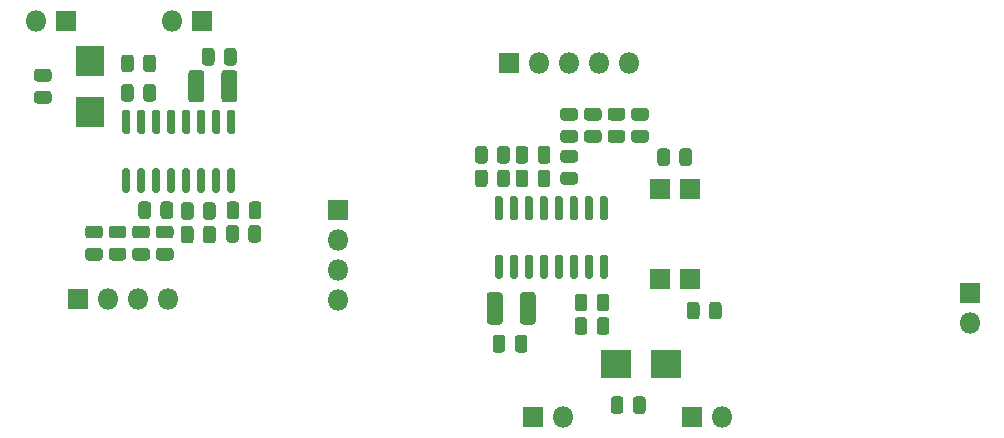
<source format=gts>
%TF.GenerationSoftware,KiCad,Pcbnew,5.1.6-c6e7f7d~86~ubuntu20.04.1*%
%TF.CreationDate,2020-09-07T12:10:57+02:00*%
%TF.ProjectId,Driver,44726976-6572-42e6-9b69-6361645f7063,rev?*%
%TF.SameCoordinates,Original*%
%TF.FileFunction,Soldermask,Top*%
%TF.FilePolarity,Negative*%
%FSLAX46Y46*%
G04 Gerber Fmt 4.6, Leading zero omitted, Abs format (unit mm)*
G04 Created by KiCad (PCBNEW 5.1.6-c6e7f7d~86~ubuntu20.04.1) date 2020-09-07 12:10:57*
%MOMM*%
%LPD*%
G01*
G04 APERTURE LIST*
%ADD10R,2.600000X2.400000*%
%ADD11R,2.400000X2.600000*%
%ADD12O,1.800000X1.800000*%
%ADD13R,1.800000X1.800000*%
%ADD14R,1.700000X1.700000*%
G04 APERTURE END LIST*
D10*
%TO.C,D_boot2*%
X91300000Y-144000000D03*
X87000000Y-144000000D03*
%TD*%
D11*
%TO.C,D_boot1*%
X42500000Y-122650000D03*
X42500000Y-118350000D03*
%TD*%
D12*
%TO.C,J2*%
X49120000Y-138500000D03*
D13*
X41500000Y-138500000D03*
D12*
X44040000Y-138500000D03*
X46580000Y-138500000D03*
X85620000Y-118500000D03*
X83080000Y-118500000D03*
X80540000Y-118500000D03*
D13*
X78000000Y-118500000D03*
D12*
X88160000Y-118500000D03*
X63500000Y-138620000D03*
D13*
X63500000Y-131000000D03*
D12*
X63500000Y-136080000D03*
X63500000Y-133540000D03*
%TD*%
D13*
%TO.C,J1*%
X93500000Y-148500000D03*
D12*
X96040000Y-148500000D03*
D13*
X80000000Y-148500000D03*
D12*
X82540000Y-148500000D03*
D13*
X40500000Y-115000000D03*
D12*
X37960000Y-115000000D03*
D13*
X52000000Y-115000000D03*
D12*
X49460000Y-115000000D03*
D13*
X117000000Y-138000000D03*
D12*
X117000000Y-140540000D03*
%TD*%
D14*
%TO.C,U12*%
X93270000Y-136810000D03*
X90730000Y-129190000D03*
X90730000Y-136810000D03*
X93270000Y-129190000D03*
%TD*%
%TO.C,U4*%
G36*
G01*
X85830000Y-134755000D02*
X86180000Y-134755000D01*
G75*
G02*
X86355000Y-134930000I0J-175000D01*
G01*
X86355000Y-136630000D01*
G75*
G02*
X86180000Y-136805000I-175000J0D01*
G01*
X85830000Y-136805000D01*
G75*
G02*
X85655000Y-136630000I0J175000D01*
G01*
X85655000Y-134930000D01*
G75*
G02*
X85830000Y-134755000I175000J0D01*
G01*
G37*
G36*
G01*
X84560000Y-134755000D02*
X84910000Y-134755000D01*
G75*
G02*
X85085000Y-134930000I0J-175000D01*
G01*
X85085000Y-136630000D01*
G75*
G02*
X84910000Y-136805000I-175000J0D01*
G01*
X84560000Y-136805000D01*
G75*
G02*
X84385000Y-136630000I0J175000D01*
G01*
X84385000Y-134930000D01*
G75*
G02*
X84560000Y-134755000I175000J0D01*
G01*
G37*
G36*
G01*
X83290000Y-134755000D02*
X83640000Y-134755000D01*
G75*
G02*
X83815000Y-134930000I0J-175000D01*
G01*
X83815000Y-136630000D01*
G75*
G02*
X83640000Y-136805000I-175000J0D01*
G01*
X83290000Y-136805000D01*
G75*
G02*
X83115000Y-136630000I0J175000D01*
G01*
X83115000Y-134930000D01*
G75*
G02*
X83290000Y-134755000I175000J0D01*
G01*
G37*
G36*
G01*
X82020000Y-134755000D02*
X82370000Y-134755000D01*
G75*
G02*
X82545000Y-134930000I0J-175000D01*
G01*
X82545000Y-136630000D01*
G75*
G02*
X82370000Y-136805000I-175000J0D01*
G01*
X82020000Y-136805000D01*
G75*
G02*
X81845000Y-136630000I0J175000D01*
G01*
X81845000Y-134930000D01*
G75*
G02*
X82020000Y-134755000I175000J0D01*
G01*
G37*
G36*
G01*
X80750000Y-134755000D02*
X81100000Y-134755000D01*
G75*
G02*
X81275000Y-134930000I0J-175000D01*
G01*
X81275000Y-136630000D01*
G75*
G02*
X81100000Y-136805000I-175000J0D01*
G01*
X80750000Y-136805000D01*
G75*
G02*
X80575000Y-136630000I0J175000D01*
G01*
X80575000Y-134930000D01*
G75*
G02*
X80750000Y-134755000I175000J0D01*
G01*
G37*
G36*
G01*
X79480000Y-134755000D02*
X79830000Y-134755000D01*
G75*
G02*
X80005000Y-134930000I0J-175000D01*
G01*
X80005000Y-136630000D01*
G75*
G02*
X79830000Y-136805000I-175000J0D01*
G01*
X79480000Y-136805000D01*
G75*
G02*
X79305000Y-136630000I0J175000D01*
G01*
X79305000Y-134930000D01*
G75*
G02*
X79480000Y-134755000I175000J0D01*
G01*
G37*
G36*
G01*
X78210000Y-134755000D02*
X78560000Y-134755000D01*
G75*
G02*
X78735000Y-134930000I0J-175000D01*
G01*
X78735000Y-136630000D01*
G75*
G02*
X78560000Y-136805000I-175000J0D01*
G01*
X78210000Y-136805000D01*
G75*
G02*
X78035000Y-136630000I0J175000D01*
G01*
X78035000Y-134930000D01*
G75*
G02*
X78210000Y-134755000I175000J0D01*
G01*
G37*
G36*
G01*
X76940000Y-134755000D02*
X77290000Y-134755000D01*
G75*
G02*
X77465000Y-134930000I0J-175000D01*
G01*
X77465000Y-136630000D01*
G75*
G02*
X77290000Y-136805000I-175000J0D01*
G01*
X76940000Y-136805000D01*
G75*
G02*
X76765000Y-136630000I0J175000D01*
G01*
X76765000Y-134930000D01*
G75*
G02*
X76940000Y-134755000I175000J0D01*
G01*
G37*
G36*
G01*
X76940000Y-129805000D02*
X77290000Y-129805000D01*
G75*
G02*
X77465000Y-129980000I0J-175000D01*
G01*
X77465000Y-131680000D01*
G75*
G02*
X77290000Y-131855000I-175000J0D01*
G01*
X76940000Y-131855000D01*
G75*
G02*
X76765000Y-131680000I0J175000D01*
G01*
X76765000Y-129980000D01*
G75*
G02*
X76940000Y-129805000I175000J0D01*
G01*
G37*
G36*
G01*
X78210000Y-129805000D02*
X78560000Y-129805000D01*
G75*
G02*
X78735000Y-129980000I0J-175000D01*
G01*
X78735000Y-131680000D01*
G75*
G02*
X78560000Y-131855000I-175000J0D01*
G01*
X78210000Y-131855000D01*
G75*
G02*
X78035000Y-131680000I0J175000D01*
G01*
X78035000Y-129980000D01*
G75*
G02*
X78210000Y-129805000I175000J0D01*
G01*
G37*
G36*
G01*
X79480000Y-129805000D02*
X79830000Y-129805000D01*
G75*
G02*
X80005000Y-129980000I0J-175000D01*
G01*
X80005000Y-131680000D01*
G75*
G02*
X79830000Y-131855000I-175000J0D01*
G01*
X79480000Y-131855000D01*
G75*
G02*
X79305000Y-131680000I0J175000D01*
G01*
X79305000Y-129980000D01*
G75*
G02*
X79480000Y-129805000I175000J0D01*
G01*
G37*
G36*
G01*
X80750000Y-129805000D02*
X81100000Y-129805000D01*
G75*
G02*
X81275000Y-129980000I0J-175000D01*
G01*
X81275000Y-131680000D01*
G75*
G02*
X81100000Y-131855000I-175000J0D01*
G01*
X80750000Y-131855000D01*
G75*
G02*
X80575000Y-131680000I0J175000D01*
G01*
X80575000Y-129980000D01*
G75*
G02*
X80750000Y-129805000I175000J0D01*
G01*
G37*
G36*
G01*
X82020000Y-129805000D02*
X82370000Y-129805000D01*
G75*
G02*
X82545000Y-129980000I0J-175000D01*
G01*
X82545000Y-131680000D01*
G75*
G02*
X82370000Y-131855000I-175000J0D01*
G01*
X82020000Y-131855000D01*
G75*
G02*
X81845000Y-131680000I0J175000D01*
G01*
X81845000Y-129980000D01*
G75*
G02*
X82020000Y-129805000I175000J0D01*
G01*
G37*
G36*
G01*
X83290000Y-129805000D02*
X83640000Y-129805000D01*
G75*
G02*
X83815000Y-129980000I0J-175000D01*
G01*
X83815000Y-131680000D01*
G75*
G02*
X83640000Y-131855000I-175000J0D01*
G01*
X83290000Y-131855000D01*
G75*
G02*
X83115000Y-131680000I0J175000D01*
G01*
X83115000Y-129980000D01*
G75*
G02*
X83290000Y-129805000I175000J0D01*
G01*
G37*
G36*
G01*
X84560000Y-129805000D02*
X84910000Y-129805000D01*
G75*
G02*
X85085000Y-129980000I0J-175000D01*
G01*
X85085000Y-131680000D01*
G75*
G02*
X84910000Y-131855000I-175000J0D01*
G01*
X84560000Y-131855000D01*
G75*
G02*
X84385000Y-131680000I0J175000D01*
G01*
X84385000Y-129980000D01*
G75*
G02*
X84560000Y-129805000I175000J0D01*
G01*
G37*
G36*
G01*
X85830000Y-129805000D02*
X86180000Y-129805000D01*
G75*
G02*
X86355000Y-129980000I0J-175000D01*
G01*
X86355000Y-131680000D01*
G75*
G02*
X86180000Y-131855000I-175000J0D01*
G01*
X85830000Y-131855000D01*
G75*
G02*
X85655000Y-131680000I0J175000D01*
G01*
X85655000Y-129980000D01*
G75*
G02*
X85830000Y-129805000I175000J0D01*
G01*
G37*
%TD*%
%TO.C,U3*%
G36*
G01*
X45730000Y-124550000D02*
X45380000Y-124550000D01*
G75*
G02*
X45205000Y-124375000I0J175000D01*
G01*
X45205000Y-122675000D01*
G75*
G02*
X45380000Y-122500000I175000J0D01*
G01*
X45730000Y-122500000D01*
G75*
G02*
X45905000Y-122675000I0J-175000D01*
G01*
X45905000Y-124375000D01*
G75*
G02*
X45730000Y-124550000I-175000J0D01*
G01*
G37*
G36*
G01*
X47000000Y-124550000D02*
X46650000Y-124550000D01*
G75*
G02*
X46475000Y-124375000I0J175000D01*
G01*
X46475000Y-122675000D01*
G75*
G02*
X46650000Y-122500000I175000J0D01*
G01*
X47000000Y-122500000D01*
G75*
G02*
X47175000Y-122675000I0J-175000D01*
G01*
X47175000Y-124375000D01*
G75*
G02*
X47000000Y-124550000I-175000J0D01*
G01*
G37*
G36*
G01*
X48270000Y-124550000D02*
X47920000Y-124550000D01*
G75*
G02*
X47745000Y-124375000I0J175000D01*
G01*
X47745000Y-122675000D01*
G75*
G02*
X47920000Y-122500000I175000J0D01*
G01*
X48270000Y-122500000D01*
G75*
G02*
X48445000Y-122675000I0J-175000D01*
G01*
X48445000Y-124375000D01*
G75*
G02*
X48270000Y-124550000I-175000J0D01*
G01*
G37*
G36*
G01*
X49540000Y-124550000D02*
X49190000Y-124550000D01*
G75*
G02*
X49015000Y-124375000I0J175000D01*
G01*
X49015000Y-122675000D01*
G75*
G02*
X49190000Y-122500000I175000J0D01*
G01*
X49540000Y-122500000D01*
G75*
G02*
X49715000Y-122675000I0J-175000D01*
G01*
X49715000Y-124375000D01*
G75*
G02*
X49540000Y-124550000I-175000J0D01*
G01*
G37*
G36*
G01*
X50810000Y-124550000D02*
X50460000Y-124550000D01*
G75*
G02*
X50285000Y-124375000I0J175000D01*
G01*
X50285000Y-122675000D01*
G75*
G02*
X50460000Y-122500000I175000J0D01*
G01*
X50810000Y-122500000D01*
G75*
G02*
X50985000Y-122675000I0J-175000D01*
G01*
X50985000Y-124375000D01*
G75*
G02*
X50810000Y-124550000I-175000J0D01*
G01*
G37*
G36*
G01*
X52080000Y-124550000D02*
X51730000Y-124550000D01*
G75*
G02*
X51555000Y-124375000I0J175000D01*
G01*
X51555000Y-122675000D01*
G75*
G02*
X51730000Y-122500000I175000J0D01*
G01*
X52080000Y-122500000D01*
G75*
G02*
X52255000Y-122675000I0J-175000D01*
G01*
X52255000Y-124375000D01*
G75*
G02*
X52080000Y-124550000I-175000J0D01*
G01*
G37*
G36*
G01*
X53350000Y-124550000D02*
X53000000Y-124550000D01*
G75*
G02*
X52825000Y-124375000I0J175000D01*
G01*
X52825000Y-122675000D01*
G75*
G02*
X53000000Y-122500000I175000J0D01*
G01*
X53350000Y-122500000D01*
G75*
G02*
X53525000Y-122675000I0J-175000D01*
G01*
X53525000Y-124375000D01*
G75*
G02*
X53350000Y-124550000I-175000J0D01*
G01*
G37*
G36*
G01*
X54620000Y-124550000D02*
X54270000Y-124550000D01*
G75*
G02*
X54095000Y-124375000I0J175000D01*
G01*
X54095000Y-122675000D01*
G75*
G02*
X54270000Y-122500000I175000J0D01*
G01*
X54620000Y-122500000D01*
G75*
G02*
X54795000Y-122675000I0J-175000D01*
G01*
X54795000Y-124375000D01*
G75*
G02*
X54620000Y-124550000I-175000J0D01*
G01*
G37*
G36*
G01*
X54620000Y-129500000D02*
X54270000Y-129500000D01*
G75*
G02*
X54095000Y-129325000I0J175000D01*
G01*
X54095000Y-127625000D01*
G75*
G02*
X54270000Y-127450000I175000J0D01*
G01*
X54620000Y-127450000D01*
G75*
G02*
X54795000Y-127625000I0J-175000D01*
G01*
X54795000Y-129325000D01*
G75*
G02*
X54620000Y-129500000I-175000J0D01*
G01*
G37*
G36*
G01*
X53350000Y-129500000D02*
X53000000Y-129500000D01*
G75*
G02*
X52825000Y-129325000I0J175000D01*
G01*
X52825000Y-127625000D01*
G75*
G02*
X53000000Y-127450000I175000J0D01*
G01*
X53350000Y-127450000D01*
G75*
G02*
X53525000Y-127625000I0J-175000D01*
G01*
X53525000Y-129325000D01*
G75*
G02*
X53350000Y-129500000I-175000J0D01*
G01*
G37*
G36*
G01*
X52080000Y-129500000D02*
X51730000Y-129500000D01*
G75*
G02*
X51555000Y-129325000I0J175000D01*
G01*
X51555000Y-127625000D01*
G75*
G02*
X51730000Y-127450000I175000J0D01*
G01*
X52080000Y-127450000D01*
G75*
G02*
X52255000Y-127625000I0J-175000D01*
G01*
X52255000Y-129325000D01*
G75*
G02*
X52080000Y-129500000I-175000J0D01*
G01*
G37*
G36*
G01*
X50810000Y-129500000D02*
X50460000Y-129500000D01*
G75*
G02*
X50285000Y-129325000I0J175000D01*
G01*
X50285000Y-127625000D01*
G75*
G02*
X50460000Y-127450000I175000J0D01*
G01*
X50810000Y-127450000D01*
G75*
G02*
X50985000Y-127625000I0J-175000D01*
G01*
X50985000Y-129325000D01*
G75*
G02*
X50810000Y-129500000I-175000J0D01*
G01*
G37*
G36*
G01*
X49540000Y-129500000D02*
X49190000Y-129500000D01*
G75*
G02*
X49015000Y-129325000I0J175000D01*
G01*
X49015000Y-127625000D01*
G75*
G02*
X49190000Y-127450000I175000J0D01*
G01*
X49540000Y-127450000D01*
G75*
G02*
X49715000Y-127625000I0J-175000D01*
G01*
X49715000Y-129325000D01*
G75*
G02*
X49540000Y-129500000I-175000J0D01*
G01*
G37*
G36*
G01*
X48270000Y-129500000D02*
X47920000Y-129500000D01*
G75*
G02*
X47745000Y-129325000I0J175000D01*
G01*
X47745000Y-127625000D01*
G75*
G02*
X47920000Y-127450000I175000J0D01*
G01*
X48270000Y-127450000D01*
G75*
G02*
X48445000Y-127625000I0J-175000D01*
G01*
X48445000Y-129325000D01*
G75*
G02*
X48270000Y-129500000I-175000J0D01*
G01*
G37*
G36*
G01*
X47000000Y-129500000D02*
X46650000Y-129500000D01*
G75*
G02*
X46475000Y-129325000I0J175000D01*
G01*
X46475000Y-127625000D01*
G75*
G02*
X46650000Y-127450000I175000J0D01*
G01*
X47000000Y-127450000D01*
G75*
G02*
X47175000Y-127625000I0J-175000D01*
G01*
X47175000Y-129325000D01*
G75*
G02*
X47000000Y-129500000I-175000J0D01*
G01*
G37*
G36*
G01*
X45730000Y-129500000D02*
X45380000Y-129500000D01*
G75*
G02*
X45205000Y-129325000I0J175000D01*
G01*
X45205000Y-127625000D01*
G75*
G02*
X45380000Y-127450000I175000J0D01*
G01*
X45730000Y-127450000D01*
G75*
G02*
X45905000Y-127625000I0J-175000D01*
G01*
X45905000Y-129325000D01*
G75*
G02*
X45730000Y-129500000I-175000J0D01*
G01*
G37*
%TD*%
%TO.C,RBoot2*%
G36*
G01*
X87662500Y-147018750D02*
X87662500Y-147981250D01*
G75*
G02*
X87393750Y-148250000I-268750J0D01*
G01*
X86856250Y-148250000D01*
G75*
G02*
X86587500Y-147981250I0J268750D01*
G01*
X86587500Y-147018750D01*
G75*
G02*
X86856250Y-146750000I268750J0D01*
G01*
X87393750Y-146750000D01*
G75*
G02*
X87662500Y-147018750I0J-268750D01*
G01*
G37*
G36*
G01*
X89537500Y-147018750D02*
X89537500Y-147981250D01*
G75*
G02*
X89268750Y-148250000I-268750J0D01*
G01*
X88731250Y-148250000D01*
G75*
G02*
X88462500Y-147981250I0J268750D01*
G01*
X88462500Y-147018750D01*
G75*
G02*
X88731250Y-146750000I268750J0D01*
G01*
X89268750Y-146750000D01*
G75*
G02*
X89537500Y-147018750I0J-268750D01*
G01*
G37*
%TD*%
%TO.C,RBoot1*%
G36*
G01*
X38981250Y-120100000D02*
X38018750Y-120100000D01*
G75*
G02*
X37750000Y-119831250I0J268750D01*
G01*
X37750000Y-119293750D01*
G75*
G02*
X38018750Y-119025000I268750J0D01*
G01*
X38981250Y-119025000D01*
G75*
G02*
X39250000Y-119293750I0J-268750D01*
G01*
X39250000Y-119831250D01*
G75*
G02*
X38981250Y-120100000I-268750J0D01*
G01*
G37*
G36*
G01*
X38981250Y-121975000D02*
X38018750Y-121975000D01*
G75*
G02*
X37750000Y-121706250I0J268750D01*
G01*
X37750000Y-121168750D01*
G75*
G02*
X38018750Y-120900000I268750J0D01*
G01*
X38981250Y-120900000D01*
G75*
G02*
X39250000Y-121168750I0J-268750D01*
G01*
X39250000Y-121706250D01*
G75*
G02*
X38981250Y-121975000I-268750J0D01*
G01*
G37*
%TD*%
%TO.C,R8*%
G36*
G01*
X79597500Y-127823750D02*
X79597500Y-128786250D01*
G75*
G02*
X79328750Y-129055000I-268750J0D01*
G01*
X78791250Y-129055000D01*
G75*
G02*
X78522500Y-128786250I0J268750D01*
G01*
X78522500Y-127823750D01*
G75*
G02*
X78791250Y-127555000I268750J0D01*
G01*
X79328750Y-127555000D01*
G75*
G02*
X79597500Y-127823750I0J-268750D01*
G01*
G37*
G36*
G01*
X81472500Y-127823750D02*
X81472500Y-128786250D01*
G75*
G02*
X81203750Y-129055000I-268750J0D01*
G01*
X80666250Y-129055000D01*
G75*
G02*
X80397500Y-128786250I0J268750D01*
G01*
X80397500Y-127823750D01*
G75*
G02*
X80666250Y-127555000I268750J0D01*
G01*
X81203750Y-127555000D01*
G75*
G02*
X81472500Y-127823750I0J-268750D01*
G01*
G37*
%TD*%
%TO.C,R7*%
G36*
G01*
X84578750Y-124205000D02*
X85541250Y-124205000D01*
G75*
G02*
X85810000Y-124473750I0J-268750D01*
G01*
X85810000Y-125011250D01*
G75*
G02*
X85541250Y-125280000I-268750J0D01*
G01*
X84578750Y-125280000D01*
G75*
G02*
X84310000Y-125011250I0J268750D01*
G01*
X84310000Y-124473750D01*
G75*
G02*
X84578750Y-124205000I268750J0D01*
G01*
G37*
G36*
G01*
X84578750Y-122330000D02*
X85541250Y-122330000D01*
G75*
G02*
X85810000Y-122598750I0J-268750D01*
G01*
X85810000Y-123136250D01*
G75*
G02*
X85541250Y-123405000I-268750J0D01*
G01*
X84578750Y-123405000D01*
G75*
G02*
X84310000Y-123136250I0J268750D01*
G01*
X84310000Y-122598750D01*
G75*
G02*
X84578750Y-122330000I268750J0D01*
G01*
G37*
%TD*%
%TO.C,R6*%
G36*
G01*
X86578750Y-124205000D02*
X87541250Y-124205000D01*
G75*
G02*
X87810000Y-124473750I0J-268750D01*
G01*
X87810000Y-125011250D01*
G75*
G02*
X87541250Y-125280000I-268750J0D01*
G01*
X86578750Y-125280000D01*
G75*
G02*
X86310000Y-125011250I0J268750D01*
G01*
X86310000Y-124473750D01*
G75*
G02*
X86578750Y-124205000I268750J0D01*
G01*
G37*
G36*
G01*
X86578750Y-122330000D02*
X87541250Y-122330000D01*
G75*
G02*
X87810000Y-122598750I0J-268750D01*
G01*
X87810000Y-123136250D01*
G75*
G02*
X87541250Y-123405000I-268750J0D01*
G01*
X86578750Y-123405000D01*
G75*
G02*
X86310000Y-123136250I0J268750D01*
G01*
X86310000Y-122598750D01*
G75*
G02*
X86578750Y-122330000I268750J0D01*
G01*
G37*
%TD*%
%TO.C,R5*%
G36*
G01*
X94900000Y-139981250D02*
X94900000Y-139018750D01*
G75*
G02*
X95168750Y-138750000I268750J0D01*
G01*
X95706250Y-138750000D01*
G75*
G02*
X95975000Y-139018750I0J-268750D01*
G01*
X95975000Y-139981250D01*
G75*
G02*
X95706250Y-140250000I-268750J0D01*
G01*
X95168750Y-140250000D01*
G75*
G02*
X94900000Y-139981250I0J268750D01*
G01*
G37*
G36*
G01*
X93025000Y-139981250D02*
X93025000Y-139018750D01*
G75*
G02*
X93293750Y-138750000I268750J0D01*
G01*
X93831250Y-138750000D01*
G75*
G02*
X94100000Y-139018750I0J-268750D01*
G01*
X94100000Y-139981250D01*
G75*
G02*
X93831250Y-140250000I-268750J0D01*
G01*
X93293750Y-140250000D01*
G75*
G02*
X93025000Y-139981250I0J268750D01*
G01*
G37*
%TD*%
%TO.C,R4*%
G36*
G01*
X92400000Y-126981250D02*
X92400000Y-126018750D01*
G75*
G02*
X92668750Y-125750000I268750J0D01*
G01*
X93206250Y-125750000D01*
G75*
G02*
X93475000Y-126018750I0J-268750D01*
G01*
X93475000Y-126981250D01*
G75*
G02*
X93206250Y-127250000I-268750J0D01*
G01*
X92668750Y-127250000D01*
G75*
G02*
X92400000Y-126981250I0J268750D01*
G01*
G37*
G36*
G01*
X90525000Y-126981250D02*
X90525000Y-126018750D01*
G75*
G02*
X90793750Y-125750000I268750J0D01*
G01*
X91331250Y-125750000D01*
G75*
G02*
X91600000Y-126018750I0J-268750D01*
G01*
X91600000Y-126981250D01*
G75*
G02*
X91331250Y-127250000I-268750J0D01*
G01*
X90793750Y-127250000D01*
G75*
G02*
X90525000Y-126981250I0J268750D01*
G01*
G37*
%TD*%
%TO.C,R3*%
G36*
G01*
X52062500Y-131546250D02*
X52062500Y-130583750D01*
G75*
G02*
X52331250Y-130315000I268750J0D01*
G01*
X52868750Y-130315000D01*
G75*
G02*
X53137500Y-130583750I0J-268750D01*
G01*
X53137500Y-131546250D01*
G75*
G02*
X52868750Y-131815000I-268750J0D01*
G01*
X52331250Y-131815000D01*
G75*
G02*
X52062500Y-131546250I0J268750D01*
G01*
G37*
G36*
G01*
X50187500Y-131546250D02*
X50187500Y-130583750D01*
G75*
G02*
X50456250Y-130315000I268750J0D01*
G01*
X50993750Y-130315000D01*
G75*
G02*
X51262500Y-130583750I0J-268750D01*
G01*
X51262500Y-131546250D01*
G75*
G02*
X50993750Y-131815000I-268750J0D01*
G01*
X50456250Y-131815000D01*
G75*
G02*
X50187500Y-131546250I0J268750D01*
G01*
G37*
%TD*%
%TO.C,R2*%
G36*
G01*
X47306250Y-133380000D02*
X46343750Y-133380000D01*
G75*
G02*
X46075000Y-133111250I0J268750D01*
G01*
X46075000Y-132573750D01*
G75*
G02*
X46343750Y-132305000I268750J0D01*
G01*
X47306250Y-132305000D01*
G75*
G02*
X47575000Y-132573750I0J-268750D01*
G01*
X47575000Y-133111250D01*
G75*
G02*
X47306250Y-133380000I-268750J0D01*
G01*
G37*
G36*
G01*
X47306250Y-135255000D02*
X46343750Y-135255000D01*
G75*
G02*
X46075000Y-134986250I0J268750D01*
G01*
X46075000Y-134448750D01*
G75*
G02*
X46343750Y-134180000I268750J0D01*
G01*
X47306250Y-134180000D01*
G75*
G02*
X47575000Y-134448750I0J-268750D01*
G01*
X47575000Y-134986250D01*
G75*
G02*
X47306250Y-135255000I-268750J0D01*
G01*
G37*
%TD*%
%TO.C,R1*%
G36*
G01*
X45306250Y-133380000D02*
X44343750Y-133380000D01*
G75*
G02*
X44075000Y-133111250I0J268750D01*
G01*
X44075000Y-132573750D01*
G75*
G02*
X44343750Y-132305000I268750J0D01*
G01*
X45306250Y-132305000D01*
G75*
G02*
X45575000Y-132573750I0J-268750D01*
G01*
X45575000Y-133111250D01*
G75*
G02*
X45306250Y-133380000I-268750J0D01*
G01*
G37*
G36*
G01*
X45306250Y-135255000D02*
X44343750Y-135255000D01*
G75*
G02*
X44075000Y-134986250I0J268750D01*
G01*
X44075000Y-134448750D01*
G75*
G02*
X44343750Y-134180000I268750J0D01*
G01*
X45306250Y-134180000D01*
G75*
G02*
X45575000Y-134448750I0J-268750D01*
G01*
X45575000Y-134986250D01*
G75*
G02*
X45306250Y-135255000I-268750J0D01*
G01*
G37*
%TD*%
%TO.C,CBoot4*%
G36*
G01*
X84597500Y-140323750D02*
X84597500Y-141286250D01*
G75*
G02*
X84328750Y-141555000I-268750J0D01*
G01*
X83791250Y-141555000D01*
G75*
G02*
X83522500Y-141286250I0J268750D01*
G01*
X83522500Y-140323750D01*
G75*
G02*
X83791250Y-140055000I268750J0D01*
G01*
X84328750Y-140055000D01*
G75*
G02*
X84597500Y-140323750I0J-268750D01*
G01*
G37*
G36*
G01*
X86472500Y-140323750D02*
X86472500Y-141286250D01*
G75*
G02*
X86203750Y-141555000I-268750J0D01*
G01*
X85666250Y-141555000D01*
G75*
G02*
X85397500Y-141286250I0J268750D01*
G01*
X85397500Y-140323750D01*
G75*
G02*
X85666250Y-140055000I268750J0D01*
G01*
X86203750Y-140055000D01*
G75*
G02*
X86472500Y-140323750I0J-268750D01*
G01*
G37*
%TD*%
%TO.C,CBoot3*%
G36*
G01*
X84597500Y-138323750D02*
X84597500Y-139286250D01*
G75*
G02*
X84328750Y-139555000I-268750J0D01*
G01*
X83791250Y-139555000D01*
G75*
G02*
X83522500Y-139286250I0J268750D01*
G01*
X83522500Y-138323750D01*
G75*
G02*
X83791250Y-138055000I268750J0D01*
G01*
X84328750Y-138055000D01*
G75*
G02*
X84597500Y-138323750I0J-268750D01*
G01*
G37*
G36*
G01*
X86472500Y-138323750D02*
X86472500Y-139286250D01*
G75*
G02*
X86203750Y-139555000I-268750J0D01*
G01*
X85666250Y-139555000D01*
G75*
G02*
X85397500Y-139286250I0J268750D01*
G01*
X85397500Y-138323750D01*
G75*
G02*
X85666250Y-138055000I268750J0D01*
G01*
X86203750Y-138055000D01*
G75*
G02*
X86472500Y-138323750I0J-268750D01*
G01*
G37*
%TD*%
%TO.C,CBoot2*%
G36*
G01*
X47000000Y-119046250D02*
X47000000Y-118083750D01*
G75*
G02*
X47268750Y-117815000I268750J0D01*
G01*
X47806250Y-117815000D01*
G75*
G02*
X48075000Y-118083750I0J-268750D01*
G01*
X48075000Y-119046250D01*
G75*
G02*
X47806250Y-119315000I-268750J0D01*
G01*
X47268750Y-119315000D01*
G75*
G02*
X47000000Y-119046250I0J268750D01*
G01*
G37*
G36*
G01*
X45125000Y-119046250D02*
X45125000Y-118083750D01*
G75*
G02*
X45393750Y-117815000I268750J0D01*
G01*
X45931250Y-117815000D01*
G75*
G02*
X46200000Y-118083750I0J-268750D01*
G01*
X46200000Y-119046250D01*
G75*
G02*
X45931250Y-119315000I-268750J0D01*
G01*
X45393750Y-119315000D01*
G75*
G02*
X45125000Y-119046250I0J268750D01*
G01*
G37*
%TD*%
%TO.C,CBoot1*%
G36*
G01*
X47000000Y-121546250D02*
X47000000Y-120583750D01*
G75*
G02*
X47268750Y-120315000I268750J0D01*
G01*
X47806250Y-120315000D01*
G75*
G02*
X48075000Y-120583750I0J-268750D01*
G01*
X48075000Y-121546250D01*
G75*
G02*
X47806250Y-121815000I-268750J0D01*
G01*
X47268750Y-121815000D01*
G75*
G02*
X47000000Y-121546250I0J268750D01*
G01*
G37*
G36*
G01*
X45125000Y-121546250D02*
X45125000Y-120583750D01*
G75*
G02*
X45393750Y-120315000I268750J0D01*
G01*
X45931250Y-120315000D01*
G75*
G02*
X46200000Y-120583750I0J-268750D01*
G01*
X46200000Y-121546250D01*
G75*
G02*
X45931250Y-121815000I-268750J0D01*
G01*
X45393750Y-121815000D01*
G75*
G02*
X45125000Y-121546250I0J268750D01*
G01*
G37*
%TD*%
%TO.C,C_VDDB4*%
G36*
G01*
X77435000Y-138200000D02*
X77435000Y-140410000D01*
G75*
G02*
X77165000Y-140680000I-270000J0D01*
G01*
X76355000Y-140680000D01*
G75*
G02*
X76085000Y-140410000I0J270000D01*
G01*
X76085000Y-138200000D01*
G75*
G02*
X76355000Y-137930000I270000J0D01*
G01*
X77165000Y-137930000D01*
G75*
G02*
X77435000Y-138200000I0J-270000D01*
G01*
G37*
G36*
G01*
X80235000Y-138200000D02*
X80235000Y-140410000D01*
G75*
G02*
X79965000Y-140680000I-270000J0D01*
G01*
X79155000Y-140680000D01*
G75*
G02*
X78885000Y-140410000I0J270000D01*
G01*
X78885000Y-138200000D01*
G75*
G02*
X79155000Y-137930000I270000J0D01*
G01*
X79965000Y-137930000D01*
G75*
G02*
X80235000Y-138200000I0J-270000D01*
G01*
G37*
%TD*%
%TO.C,C_VDDB3*%
G36*
G01*
X77660000Y-141823750D02*
X77660000Y-142786250D01*
G75*
G02*
X77391250Y-143055000I-268750J0D01*
G01*
X76853750Y-143055000D01*
G75*
G02*
X76585000Y-142786250I0J268750D01*
G01*
X76585000Y-141823750D01*
G75*
G02*
X76853750Y-141555000I268750J0D01*
G01*
X77391250Y-141555000D01*
G75*
G02*
X77660000Y-141823750I0J-268750D01*
G01*
G37*
G36*
G01*
X79535000Y-141823750D02*
X79535000Y-142786250D01*
G75*
G02*
X79266250Y-143055000I-268750J0D01*
G01*
X78728750Y-143055000D01*
G75*
G02*
X78460000Y-142786250I0J268750D01*
G01*
X78460000Y-141823750D01*
G75*
G02*
X78728750Y-141555000I268750J0D01*
G01*
X79266250Y-141555000D01*
G75*
G02*
X79535000Y-141823750I0J-268750D01*
G01*
G37*
%TD*%
%TO.C,C_VDDB2*%
G36*
G01*
X53625000Y-121605000D02*
X53625000Y-119395000D01*
G75*
G02*
X53895000Y-119125000I270000J0D01*
G01*
X54705000Y-119125000D01*
G75*
G02*
X54975000Y-119395000I0J-270000D01*
G01*
X54975000Y-121605000D01*
G75*
G02*
X54705000Y-121875000I-270000J0D01*
G01*
X53895000Y-121875000D01*
G75*
G02*
X53625000Y-121605000I0J270000D01*
G01*
G37*
G36*
G01*
X50825000Y-121605000D02*
X50825000Y-119395000D01*
G75*
G02*
X51095000Y-119125000I270000J0D01*
G01*
X51905000Y-119125000D01*
G75*
G02*
X52175000Y-119395000I0J-270000D01*
G01*
X52175000Y-121605000D01*
G75*
G02*
X51905000Y-121875000I-270000J0D01*
G01*
X51095000Y-121875000D01*
G75*
G02*
X50825000Y-121605000I0J270000D01*
G01*
G37*
%TD*%
%TO.C,C_VDDB1*%
G36*
G01*
X53837500Y-118481250D02*
X53837500Y-117518750D01*
G75*
G02*
X54106250Y-117250000I268750J0D01*
G01*
X54643750Y-117250000D01*
G75*
G02*
X54912500Y-117518750I0J-268750D01*
G01*
X54912500Y-118481250D01*
G75*
G02*
X54643750Y-118750000I-268750J0D01*
G01*
X54106250Y-118750000D01*
G75*
G02*
X53837500Y-118481250I0J268750D01*
G01*
G37*
G36*
G01*
X51962500Y-118481250D02*
X51962500Y-117518750D01*
G75*
G02*
X52231250Y-117250000I268750J0D01*
G01*
X52768750Y-117250000D01*
G75*
G02*
X53037500Y-117518750I0J-268750D01*
G01*
X53037500Y-118481250D01*
G75*
G02*
X52768750Y-118750000I-268750J0D01*
G01*
X52231250Y-118750000D01*
G75*
G02*
X51962500Y-118481250I0J268750D01*
G01*
G37*
%TD*%
%TO.C,C12*%
G36*
G01*
X82578750Y-127767500D02*
X83541250Y-127767500D01*
G75*
G02*
X83810000Y-128036250I0J-268750D01*
G01*
X83810000Y-128573750D01*
G75*
G02*
X83541250Y-128842500I-268750J0D01*
G01*
X82578750Y-128842500D01*
G75*
G02*
X82310000Y-128573750I0J268750D01*
G01*
X82310000Y-128036250D01*
G75*
G02*
X82578750Y-127767500I268750J0D01*
G01*
G37*
G36*
G01*
X82578750Y-125892500D02*
X83541250Y-125892500D01*
G75*
G02*
X83810000Y-126161250I0J-268750D01*
G01*
X83810000Y-126698750D01*
G75*
G02*
X83541250Y-126967500I-268750J0D01*
G01*
X82578750Y-126967500D01*
G75*
G02*
X82310000Y-126698750I0J268750D01*
G01*
X82310000Y-126161250D01*
G75*
G02*
X82578750Y-125892500I268750J0D01*
G01*
G37*
%TD*%
%TO.C,C11*%
G36*
G01*
X80397500Y-126786250D02*
X80397500Y-125823750D01*
G75*
G02*
X80666250Y-125555000I268750J0D01*
G01*
X81203750Y-125555000D01*
G75*
G02*
X81472500Y-125823750I0J-268750D01*
G01*
X81472500Y-126786250D01*
G75*
G02*
X81203750Y-127055000I-268750J0D01*
G01*
X80666250Y-127055000D01*
G75*
G02*
X80397500Y-126786250I0J268750D01*
G01*
G37*
G36*
G01*
X78522500Y-126786250D02*
X78522500Y-125823750D01*
G75*
G02*
X78791250Y-125555000I268750J0D01*
G01*
X79328750Y-125555000D01*
G75*
G02*
X79597500Y-125823750I0J-268750D01*
G01*
X79597500Y-126786250D01*
G75*
G02*
X79328750Y-127055000I-268750J0D01*
G01*
X78791250Y-127055000D01*
G75*
G02*
X78522500Y-126786250I0J268750D01*
G01*
G37*
%TD*%
%TO.C,C10*%
G36*
G01*
X76960000Y-126786250D02*
X76960000Y-125823750D01*
G75*
G02*
X77228750Y-125555000I268750J0D01*
G01*
X77766250Y-125555000D01*
G75*
G02*
X78035000Y-125823750I0J-268750D01*
G01*
X78035000Y-126786250D01*
G75*
G02*
X77766250Y-127055000I-268750J0D01*
G01*
X77228750Y-127055000D01*
G75*
G02*
X76960000Y-126786250I0J268750D01*
G01*
G37*
G36*
G01*
X75085000Y-126786250D02*
X75085000Y-125823750D01*
G75*
G02*
X75353750Y-125555000I268750J0D01*
G01*
X75891250Y-125555000D01*
G75*
G02*
X76160000Y-125823750I0J-268750D01*
G01*
X76160000Y-126786250D01*
G75*
G02*
X75891250Y-127055000I-268750J0D01*
G01*
X75353750Y-127055000D01*
G75*
G02*
X75085000Y-126786250I0J268750D01*
G01*
G37*
%TD*%
%TO.C,C9*%
G36*
G01*
X76960000Y-128786250D02*
X76960000Y-127823750D01*
G75*
G02*
X77228750Y-127555000I268750J0D01*
G01*
X77766250Y-127555000D01*
G75*
G02*
X78035000Y-127823750I0J-268750D01*
G01*
X78035000Y-128786250D01*
G75*
G02*
X77766250Y-129055000I-268750J0D01*
G01*
X77228750Y-129055000D01*
G75*
G02*
X76960000Y-128786250I0J268750D01*
G01*
G37*
G36*
G01*
X75085000Y-128786250D02*
X75085000Y-127823750D01*
G75*
G02*
X75353750Y-127555000I268750J0D01*
G01*
X75891250Y-127555000D01*
G75*
G02*
X76160000Y-127823750I0J-268750D01*
G01*
X76160000Y-128786250D01*
G75*
G02*
X75891250Y-129055000I-268750J0D01*
G01*
X75353750Y-129055000D01*
G75*
G02*
X75085000Y-128786250I0J268750D01*
G01*
G37*
%TD*%
%TO.C,C8*%
G36*
G01*
X83541250Y-123405000D02*
X82578750Y-123405000D01*
G75*
G02*
X82310000Y-123136250I0J268750D01*
G01*
X82310000Y-122598750D01*
G75*
G02*
X82578750Y-122330000I268750J0D01*
G01*
X83541250Y-122330000D01*
G75*
G02*
X83810000Y-122598750I0J-268750D01*
G01*
X83810000Y-123136250D01*
G75*
G02*
X83541250Y-123405000I-268750J0D01*
G01*
G37*
G36*
G01*
X83541250Y-125280000D02*
X82578750Y-125280000D01*
G75*
G02*
X82310000Y-125011250I0J268750D01*
G01*
X82310000Y-124473750D01*
G75*
G02*
X82578750Y-124205000I268750J0D01*
G01*
X83541250Y-124205000D01*
G75*
G02*
X83810000Y-124473750I0J-268750D01*
G01*
X83810000Y-125011250D01*
G75*
G02*
X83541250Y-125280000I-268750J0D01*
G01*
G37*
%TD*%
%TO.C,C7*%
G36*
G01*
X88578750Y-124205000D02*
X89541250Y-124205000D01*
G75*
G02*
X89810000Y-124473750I0J-268750D01*
G01*
X89810000Y-125011250D01*
G75*
G02*
X89541250Y-125280000I-268750J0D01*
G01*
X88578750Y-125280000D01*
G75*
G02*
X88310000Y-125011250I0J268750D01*
G01*
X88310000Y-124473750D01*
G75*
G02*
X88578750Y-124205000I268750J0D01*
G01*
G37*
G36*
G01*
X88578750Y-122330000D02*
X89541250Y-122330000D01*
G75*
G02*
X89810000Y-122598750I0J-268750D01*
G01*
X89810000Y-123136250D01*
G75*
G02*
X89541250Y-123405000I-268750J0D01*
G01*
X88578750Y-123405000D01*
G75*
G02*
X88310000Y-123136250I0J268750D01*
G01*
X88310000Y-122598750D01*
G75*
G02*
X88578750Y-122330000I268750J0D01*
G01*
G37*
%TD*%
%TO.C,C6*%
G36*
G01*
X47662500Y-130518750D02*
X47662500Y-131481250D01*
G75*
G02*
X47393750Y-131750000I-268750J0D01*
G01*
X46856250Y-131750000D01*
G75*
G02*
X46587500Y-131481250I0J268750D01*
G01*
X46587500Y-130518750D01*
G75*
G02*
X46856250Y-130250000I268750J0D01*
G01*
X47393750Y-130250000D01*
G75*
G02*
X47662500Y-130518750I0J-268750D01*
G01*
G37*
G36*
G01*
X49537500Y-130518750D02*
X49537500Y-131481250D01*
G75*
G02*
X49268750Y-131750000I-268750J0D01*
G01*
X48731250Y-131750000D01*
G75*
G02*
X48462500Y-131481250I0J268750D01*
G01*
X48462500Y-130518750D01*
G75*
G02*
X48731250Y-130250000I268750J0D01*
G01*
X49268750Y-130250000D01*
G75*
G02*
X49537500Y-130518750I0J-268750D01*
G01*
G37*
%TD*%
%TO.C,C5*%
G36*
G01*
X51262500Y-132583750D02*
X51262500Y-133546250D01*
G75*
G02*
X50993750Y-133815000I-268750J0D01*
G01*
X50456250Y-133815000D01*
G75*
G02*
X50187500Y-133546250I0J268750D01*
G01*
X50187500Y-132583750D01*
G75*
G02*
X50456250Y-132315000I268750J0D01*
G01*
X50993750Y-132315000D01*
G75*
G02*
X51262500Y-132583750I0J-268750D01*
G01*
G37*
G36*
G01*
X53137500Y-132583750D02*
X53137500Y-133546250D01*
G75*
G02*
X52868750Y-133815000I-268750J0D01*
G01*
X52331250Y-133815000D01*
G75*
G02*
X52062500Y-133546250I0J268750D01*
G01*
X52062500Y-132583750D01*
G75*
G02*
X52331250Y-132315000I268750J0D01*
G01*
X52868750Y-132315000D01*
G75*
G02*
X53137500Y-132583750I0J-268750D01*
G01*
G37*
%TD*%
%TO.C,C4*%
G36*
G01*
X55100000Y-132518750D02*
X55100000Y-133481250D01*
G75*
G02*
X54831250Y-133750000I-268750J0D01*
G01*
X54293750Y-133750000D01*
G75*
G02*
X54025000Y-133481250I0J268750D01*
G01*
X54025000Y-132518750D01*
G75*
G02*
X54293750Y-132250000I268750J0D01*
G01*
X54831250Y-132250000D01*
G75*
G02*
X55100000Y-132518750I0J-268750D01*
G01*
G37*
G36*
G01*
X56975000Y-132518750D02*
X56975000Y-133481250D01*
G75*
G02*
X56706250Y-133750000I-268750J0D01*
G01*
X56168750Y-133750000D01*
G75*
G02*
X55900000Y-133481250I0J268750D01*
G01*
X55900000Y-132518750D01*
G75*
G02*
X56168750Y-132250000I268750J0D01*
G01*
X56706250Y-132250000D01*
G75*
G02*
X56975000Y-132518750I0J-268750D01*
G01*
G37*
%TD*%
%TO.C,C3*%
G36*
G01*
X55137500Y-130518750D02*
X55137500Y-131481250D01*
G75*
G02*
X54868750Y-131750000I-268750J0D01*
G01*
X54331250Y-131750000D01*
G75*
G02*
X54062500Y-131481250I0J268750D01*
G01*
X54062500Y-130518750D01*
G75*
G02*
X54331250Y-130250000I268750J0D01*
G01*
X54868750Y-130250000D01*
G75*
G02*
X55137500Y-130518750I0J-268750D01*
G01*
G37*
G36*
G01*
X57012500Y-130518750D02*
X57012500Y-131481250D01*
G75*
G02*
X56743750Y-131750000I-268750J0D01*
G01*
X56206250Y-131750000D01*
G75*
G02*
X55937500Y-131481250I0J268750D01*
G01*
X55937500Y-130518750D01*
G75*
G02*
X56206250Y-130250000I268750J0D01*
G01*
X56743750Y-130250000D01*
G75*
G02*
X57012500Y-130518750I0J-268750D01*
G01*
G37*
%TD*%
%TO.C,C2*%
G36*
G01*
X48343750Y-134180000D02*
X49306250Y-134180000D01*
G75*
G02*
X49575000Y-134448750I0J-268750D01*
G01*
X49575000Y-134986250D01*
G75*
G02*
X49306250Y-135255000I-268750J0D01*
G01*
X48343750Y-135255000D01*
G75*
G02*
X48075000Y-134986250I0J268750D01*
G01*
X48075000Y-134448750D01*
G75*
G02*
X48343750Y-134180000I268750J0D01*
G01*
G37*
G36*
G01*
X48343750Y-132305000D02*
X49306250Y-132305000D01*
G75*
G02*
X49575000Y-132573750I0J-268750D01*
G01*
X49575000Y-133111250D01*
G75*
G02*
X49306250Y-133380000I-268750J0D01*
G01*
X48343750Y-133380000D01*
G75*
G02*
X48075000Y-133111250I0J268750D01*
G01*
X48075000Y-132573750D01*
G75*
G02*
X48343750Y-132305000I268750J0D01*
G01*
G37*
%TD*%
%TO.C,C1*%
G36*
G01*
X43306250Y-133380000D02*
X42343750Y-133380000D01*
G75*
G02*
X42075000Y-133111250I0J268750D01*
G01*
X42075000Y-132573750D01*
G75*
G02*
X42343750Y-132305000I268750J0D01*
G01*
X43306250Y-132305000D01*
G75*
G02*
X43575000Y-132573750I0J-268750D01*
G01*
X43575000Y-133111250D01*
G75*
G02*
X43306250Y-133380000I-268750J0D01*
G01*
G37*
G36*
G01*
X43306250Y-135255000D02*
X42343750Y-135255000D01*
G75*
G02*
X42075000Y-134986250I0J268750D01*
G01*
X42075000Y-134448750D01*
G75*
G02*
X42343750Y-134180000I268750J0D01*
G01*
X43306250Y-134180000D01*
G75*
G02*
X43575000Y-134448750I0J-268750D01*
G01*
X43575000Y-134986250D01*
G75*
G02*
X43306250Y-135255000I-268750J0D01*
G01*
G37*
%TD*%
M02*

</source>
